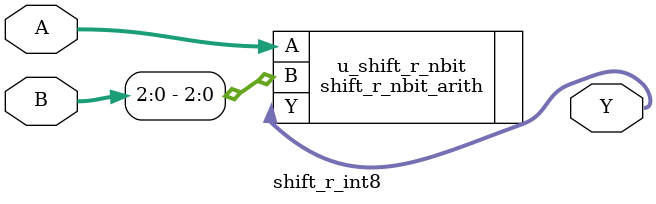
<source format=v>

module shift_r_int8 #(
    parameter WIDTH = 8
)(
    input [WIDTH-1:0] A,
    input [WIDTH-1:0] B,
    output [WIDTH-1:0] Y
);

    localparam SHIFT_WIDTH = 3;

    shift_r_nbit_arith #(
        .WIDTH(WIDTH),
        .SHIFT_WIDTH(SHIFT_WIDTH)
    ) u_shift_r_nbit (
        .A(A),
        .B(B[SHIFT_WIDTH-1:0]),
        .Y(Y)
    );

endmodule

</source>
